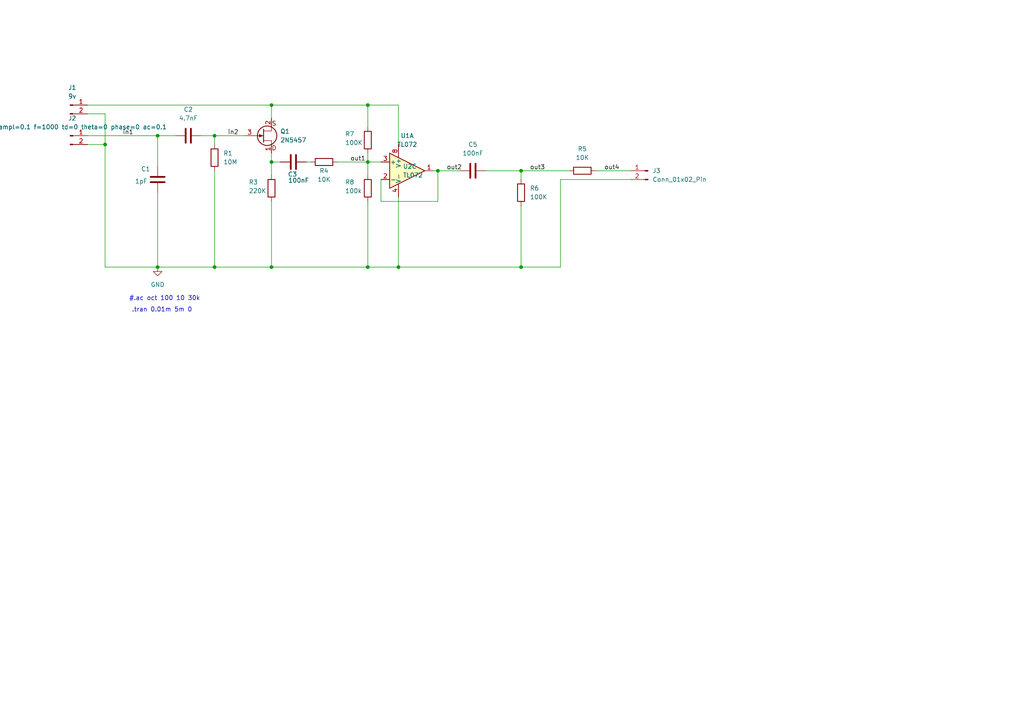
<source format=kicad_sch>
(kicad_sch (version 20250114) (generator "eeschema") (generator_version "9.0")
  (paper "A4")
  (title_block (title "AEGM - Acoustic Electric Guitar Mixer") (date "2025-10-17") (rev "V1.1") (company "Andrew Martin") (comment 1 "Fully working") (comment 2 "V1.1 Redid feedback on the non-inverting amp for electric"))
  (lib_symbols
    (symbol "ACRM:2N5457" (pin_names (hide yes))
      (property "Reference" "Q" (at 5.08 1.905 0))
      (property "Value" "2N5457" (at 5.08 0 0))
      (symbol "2N5457_0_1"
        (polyline (pts (xy 0 0) (xy -1.016 0.381) (xy -1.016 -0.381) (xy 0 0)) (fill (type outline)))
        (polyline (pts (xy 0.254 1.905) (xy 0.254 -1.905)) (stroke (width 0.254)))
        (polyline (pts (xy 0.254 0) (xy -2.54 0)))
        (circle (center 1.27 0) (radius 2.8194) (stroke (width 0.254)))
        (polyline (pts (xy 2.54 2.54) (xy 2.54 1.397) (xy 0.254 1.397)))
        (polyline (pts (xy 2.54 -2.54) (xy 2.54 -1.397) (xy 0.254 -1.397)))
      )
      (symbol "2N5457_1_1"
        (text "S" (at 3.302 3.556 0) (effects (font (size 1.27 1.27))))
        (text "D" (at 3.302 -3.556 0) (effects (font (size 1.27 1.27))))
        (pin input line (at -5.08 0 0) (length 2.54) (name "G") (number "3"))
        (pin passive line (at 2.54 5.08 270) (length 2.54) (name "D") (number "2"))
        (pin passive line (at 2.54 -5.08 90) (length 2.54) (name "S") (number "1"))
      )
    )
    (symbol "Amplifier_Operational:TL072" (pin_names (offset 0.127))
      (property "Reference" "U" (at 0 5.08 0))
      (property "Value" "TL072" (at 0 -5.08 0))
      (symbol "TL072_1_1"
        (polyline (pts (xy -5.08 5.08) (xy 5.08 0) (xy -5.08 -5.08) (xy -5.08 5.08)) (stroke (width 0.254)) (fill (type background)))
        (pin input line (at -7.62 2.54 0) (length 2.54) (name "+") (number "3"))
        (pin input line (at -7.62 -2.54 0) (length 2.54) (name "-") (number "2"))
        (pin output line (at 7.62 0 180) (length 2.54) (name "~") (number "1"))
      )
      (symbol "TL072_2_1"
        (polyline (pts (xy -5.08 5.08) (xy 5.08 0) (xy -5.08 -5.08) (xy -5.08 5.08)) (stroke (width 0.254)) (fill (type background)))
        (pin input line (at -7.62 2.54 0) (length 2.54) (name "+") (number "5"))
        (pin input line (at -7.62 -2.54 0) (length 2.54) (name "-") (number "6"))
        (pin output line (at 7.62 0 180) (length 2.54) (name "~") (number "7"))
      )
      (symbol "TL072_3_1"
        (pin power_in line (at -2.54 7.62 270) (length 3.81) (name "V+") (number "8"))
        (pin power_in line (at -2.54 -7.62 90) (length 3.81) (name "V-") (number "4"))
      )
    )
    (symbol "Connector:Conn_01x02_Pin" (pin_names (offset 1.016) (hide yes))
      (property "Reference" "J" (at 0 2.54 0))
      (property "Value" "Conn_01x02_Pin" (at 0 -5.08 0))
      (symbol "Conn_01x02_Pin_1_1"
        (rectangle (start 0.8636 0.127) (end 0 -0.127) (stroke (width 0.1524)) (fill (type outline)))
        (rectangle (start 0.8636 -2.413) (end 0 -2.667) (stroke (width 0.1524)) (fill (type outline)))
        (polyline (pts (xy 1.27 0) (xy 0.8636 0)) (stroke (width 0.1524)))
        (polyline (pts (xy 1.27 -2.54) (xy 0.8636 -2.54)) (stroke (width 0.1524)))
        (pin passive line (at 5.08 0 180) (length 3.81) (name "Pin_1") (number "1"))
        (pin passive line (at 5.08 -2.54 180) (length 3.81) (name "Pin_2") (number "2"))
      )
    )
    (symbol "Device:C" (pin_numbers (hide yes)) (pin_names (offset 0.254))
      (property "Reference" "C" (at 0.635 2.54 0))
      (property "Value" "C" (at 0.635 -2.54 0))
      (symbol "C_0_1"
        (polyline (pts (xy -2.032 0.762) (xy 2.032 0.762)) (stroke (width 0.508)))
        (polyline (pts (xy -2.032 -0.762) (xy 2.032 -0.762)) (stroke (width 0.508)))
      )
      (symbol "C_1_1"
        (pin passive line (at 0 3.81 270) (length 2.794) (name "~") (number "1"))
        (pin passive line (at 0 -3.81 90) (length 2.794) (name "~") (number "2"))
      )
    )
    (symbol "Device:R" (pin_numbers (hide yes)) (pin_names (offset 0))
      (property "Reference" "R" (at 2.032 0 90))
      (property "Value" "R" (at 0 0 90))
      (symbol "R_0_1"
        (rectangle (start -1.016 -2.54) (end 1.016 2.54) (stroke (width 0.254)))
      )
      (symbol "R_1_1"
        (pin passive line (at 0 3.81 270) (length 1.27) (name "~") (number "1"))
        (pin passive line (at 0 -3.81 90) (length 1.27) (name "~") (number "2"))
      )
    )
    (symbol "power:GND" (power) (pin_numbers (hide yes)) (pin_names (offset 0) (hide yes))
      (property "Value" "GND" (at 0 -3.81 0))
      (symbol "GND_0_1"
        (polyline (pts (xy 0 0) (xy 0 -1.27) (xy 1.27 -1.27) (xy 0 -2.54) (xy -1.27 -1.27) (xy 0 -1.27)))
      )
      (symbol "GND_1_1"
        (pin power_in line (at 0 0 270) (length 0) (name "~") (number "1"))
      )
    )
  )
  (text "#.ac oct 100 10 30k" (at 47.752 86.614 0) (effects (font (size 1.27 1.27))))
  (text ".tran 0.01m 5m 0" (at 46.99 89.916 0) (effects (font (size 1.27 1.27))))
  (junction (at 151.13 49.53))
  (junction (at 62.23 39.37))
  (junction (at 78.74 30.48))
  (junction (at 30.48 41.91))
  (junction (at 45.72 39.37))
  (junction (at 151.13 77.47))
  (junction (at 127 49.53))
  (junction (at 78.74 46.99))
  (junction (at 115.57 77.47))
  (junction (at 106.68 46.99))
  (junction (at 106.68 30.48))
  (junction (at 62.23 77.47))
  (junction (at 106.68 77.47))
  (junction (at 78.74 77.47))
  (junction (at 45.72 77.47))
  (wire (pts (xy 106.68 44.45) (xy 106.68 46.99)))
  (wire (pts (xy 62.23 41.91) (xy 62.23 39.37)))
  (wire (pts (xy 62.23 49.53) (xy 62.23 77.47)))
  (wire (pts (xy 110.49 58.42) (xy 127 58.42)))
  (wire (pts (xy 78.74 50.8) (xy 78.74 46.99)))
  (wire (pts (xy 78.74 77.47) (xy 78.74 58.42)))
  (wire (pts (xy 25.4 39.37) (xy 45.72 39.37)))
  (wire (pts (xy 25.4 33.02) (xy 30.48 33.02)))
  (wire (pts (xy 106.68 58.42) (xy 106.68 77.47)))
  (wire (pts (xy 62.23 77.47) (xy 78.74 77.47)))
  (wire (pts (xy 58.42 39.37) (xy 62.23 39.37)))
  (wire (pts (xy 45.72 77.47) (xy 62.23 77.47)))
  (wire (pts (xy 78.74 30.48) (xy 78.74 34.29)))
  (wire (pts (xy 30.48 33.02) (xy 30.48 41.91)))
  (wire (pts (xy 140.97 49.53) (xy 151.13 49.53)))
  (wire (pts (xy 106.68 46.99) (xy 106.68 50.8)))
  (wire (pts (xy 78.74 30.48) (xy 106.68 30.48)))
  (wire (pts (xy 162.56 77.47) (xy 151.13 77.47)))
  (wire (pts (xy 115.57 57.15) (xy 115.57 77.47)))
  (wire (pts (xy 115.57 41.91) (xy 115.57 30.48)))
  (wire (pts (xy 151.13 49.53) (xy 151.13 52.07)))
  (wire (pts (xy 88.9 46.99) (xy 90.17 46.99)))
  (wire (pts (xy 25.4 30.48) (xy 78.74 30.48)))
  (wire (pts (xy 115.57 77.47) (xy 151.13 77.47)))
  (wire (pts (xy 30.48 77.47) (xy 45.72 77.47)))
  (wire (pts (xy 125.73 49.53) (xy 127 49.53)))
  (wire (pts (xy 106.68 46.99) (xy 110.49 46.99)))
  (wire (pts (xy 78.74 77.47) (xy 106.68 77.47)))
  (wire (pts (xy 30.48 41.91) (xy 30.48 77.47)))
  (wire (pts (xy 106.68 30.48) (xy 115.57 30.48)))
  (wire (pts (xy 127 49.53) (xy 133.35 49.53)))
  (wire (pts (xy 110.49 58.42) (xy 110.49 52.07)))
  (wire (pts (xy 106.68 30.48) (xy 106.68 36.83)))
  (wire (pts (xy 45.72 39.37) (xy 50.8 39.37)))
  (wire (pts (xy 45.72 39.37) (xy 45.72 48.26)))
  (wire (pts (xy 78.74 46.99) (xy 78.74 44.45)))
  (wire (pts (xy 25.4 41.91) (xy 30.48 41.91)))
  (wire (pts (xy 81.28 46.99) (xy 78.74 46.99)))
  (wire (pts (xy 62.23 39.37) (xy 71.12 39.37)))
  (wire (pts (xy 182.88 49.53) (xy 172.72 49.53)))
  (wire (pts (xy 127 49.53) (xy 127 58.42)))
  (wire (pts (xy 45.72 55.88) (xy 45.72 77.47)))
  (wire (pts (xy 151.13 49.53) (xy 165.1 49.53)))
  (wire (pts (xy 162.56 52.07) (xy 162.56 77.47)))
  (wire (pts (xy 106.68 77.47) (xy 115.57 77.47)))
  (wire (pts (xy 151.13 59.69) (xy 151.13 77.47)))
  (wire (pts (xy 182.88 52.07) (xy 162.56 52.07)))
  (wire (pts (xy 97.79 46.99) (xy 106.68 46.99)))
  (label "out4" (at 175.26 49.53 0))
  (label "in1" (at 35.56 39.37 0))
  (label "out1" (at 101.6 46.99 0))
  (label "in2" (at 66.04 39.37 0))
  (label "out3" (at 153.67 49.53 0))
  (label "out2" (at 129.54 49.53 0))
  (symbol (lib_id "Device:C") (at 45.72 52.07 0) (unit 1)
    (property "Reference" "C1" (at 40.894 49.022 0) (effects (justify left)))
    (property "Value" "1pF" (at 39.116 52.578 0) (effects (justify left)))
    (property "Footprint" "Capacitor_THT:C_Disc_D4.3mm_W1.9mm_P5.00mm" (effects (hide yes)))
    (property "Description" "Unpolarized capacitor" (effects (hide yes)))
  )
  (symbol (lib_id "Amplifier_Operational:TL072") (at 118.11 49.53 0) (unit 3)
    (property "Reference" "U2" (at 116.84 48.2599 0) (effects (justify left)))
    (property "Value" "TL072" (at 116.84 50.7999 0) (effects (justify left)))
    (property "Datasheet" "http://www.ti.com/lit/ds/symlink/tl071.pdf" (effects (hide yes)))
    (property "Description" "Dual Low-Noise JFET-Input Operational Amplifiers, DIP-8/SOIC-8" (effects (hide yes)))
    (property "Sim.Library" "TL072.301" (effects (hide yes)))
    (property "Sim.Name" "TL072" (effects (hide yes)))
    (property "Sim.Device" "SUBCKT" (effects (hide yes)))
    (property "Sim.Pins" "1=1 2=2 4=4 5=5 8=3" (effects (hide yes)))
  )
  (symbol (lib_id "Device:R") (at 93.98 46.99 90) (unit 1)
    (property "Reference" "R4" (at 93.98 49.53 90))
    (property "Value" "10K" (at 93.98 52.07 90))
    (property "Footprint" "Resistor_THT:R_Axial_DIN0207_L6.3mm_D2.5mm_P10.16mm_Horizontal" (effects (hide yes)))
    (property "Description" "Resistor" (effects (hide yes)))
  )
  (symbol (lib_id "Device:R") (at 78.74 54.61 0) (unit 1)
    (property "Reference" "R3" (at 72.136 52.832 0) (effects (justify left)))
    (property "Value" "220K" (at 72.136 55.372 0) (effects (justify left)))
    (property "Footprint" "Resistor_THT:R_Axial_DIN0207_L6.3mm_D2.5mm_P10.16mm_Horizontal" (effects (hide yes)))
    (property "Description" "Resistor" (effects (hide yes)))
  )
  (symbol (lib_id "Connector:Conn_01x02_Pin") (at 20.32 30.48 0) (unit 1)
    (property "Reference" "J1" (at 20.955 25.4 0))
    (property "Value" "9v" (at 20.955 27.94 0))
    (property "Description" "Generic connector, single row, 01x02, script generated" (effects (hide yes)))
    (property "Sim.Device" "V" (effects (hide yes)))
    (property "Sim.Type" "DC" (effects (hide yes)))
    (property "Sim.Pins" "1=+ 2=-" (effects (hide yes)))
  )
  (symbol (lib_id "Device:R") (at 151.13 55.88 0) (unit 1)
    (property "Reference" "R6" (at 153.67 54.6099 0) (effects (justify left)))
    (property "Value" "100K" (at 153.67 57.1499 0) (effects (justify left)))
    (property "Description" "Resistor" (effects (hide yes)))
  )
  (symbol (lib_id "Device:C") (at 137.16 49.53 90) (unit 1)
    (property "Reference" "C5" (at 137.16 41.91 90))
    (property "Value" "100nF" (at 137.16 44.45 90))
    (property "Footprint" "Capacitor_THT:C_Rect_L7.2mm_W4.5mm_P5.00mm_FKS2_FKP2_MKS2_MKP2" (effects (hide yes)))
    (property "Description" "Unpolarized capacitor" (effects (hide yes)))
  )
  (symbol (lib_id "Amplifier_Operational:TL072") (at 118.11 49.53 0) (unit 1)
    (property "Reference" "U1" (at 118.11 39.37 0))
    (property "Value" "TL072" (at 118.11 41.91 0))
    (property "Datasheet" "http://www.ti.com/lit/ds/symlink/tl071.pdf" (effects (hide yes)))
    (property "Description" "Dual Low-Noise JFET-Input Operational Amplifiers, DIP-8/SOIC-8" (effects (hide yes)))
    (property "Sim.Library" "TL072.301" (effects (hide yes)))
    (property "Sim.Name" "TL072" (effects (hide yes)))
    (property "Sim.Device" "SUBCKT" (effects (hide yes)))
    (property "Sim.Pins" "1=5 2=2 3=1 4=4" (effects (hide yes)))
  )
  (symbol (lib_id "Device:R") (at 106.68 54.61 0) (unit 1)
    (property "Reference" "R8" (at 100.076 52.832 0) (effects (justify left)))
    (property "Value" "100k" (at 100.076 55.372 0) (effects (justify left)))
    (property "Footprint" "Resistor_THT:R_Axial_DIN0207_L6.3mm_D2.5mm_P10.16mm_Horizontal" (effects (hide yes)))
    (property "Description" "Resistor" (effects (hide yes)))
  )
  (symbol (lib_id "Device:R") (at 168.91 49.53 90) (unit 1)
    (property "Reference" "R5" (at 168.91 43.18 90))
    (property "Value" "10K" (at 168.91 45.72 90))
    (property "Footprint" "Resistor_THT:R_Axial_DIN0207_L6.3mm_D2.5mm_P10.16mm_Horizontal" (effects (hide yes)))
    (property "Description" "Resistor" (effects (hide yes)))
  )
  (symbol (lib_id "Device:R") (at 106.68 40.64 0) (unit 1)
    (property "Reference" "R7" (at 100.076 38.862 0) (effects (justify left)))
    (property "Value" "100K" (at 100.076 41.402 0) (effects (justify left)))
    (property "Footprint" "Resistor_THT:R_Axial_DIN0207_L6.3mm_D2.5mm_P10.16mm_Horizontal" (effects (hide yes)))
    (property "Description" "Resistor" (effects (hide yes)))
  )
  (symbol (lib_id "Connector:Conn_01x02_Pin") (at 187.96 49.53 0) (mirror y) (unit 1) (exclude_from_sim yes)
    (property "Reference" "J3" (at 189.23 49.5299 0) (effects (justify right)))
    (property "Value" "Conn_01x02_Pin" (at 189.23 52.0699 0) (effects (justify right)))
    (property "Description" "Generic connector, single row, 01x02, script generated" (effects (hide yes)))
  )
  (symbol (lib_id "Device:C") (at 54.61 39.37 90) (unit 1)
    (property "Reference" "C2" (at 54.61 31.75 90))
    (property "Value" "4.7nF" (at 54.61 34.29 90))
    (property "Footprint" "Capacitor_THT:C_Rect_L7.2mm_W2.5mm_P5.00mm_FKS2_FKP2_MKS2_MKP2" (effects (hide yes)))
    (property "Description" "Unpolarized capacitor" (effects (hide yes)))
  )
  (symbol (lib_id "Device:C") (at 85.09 46.99 90) (unit 1)
    (property "Reference" "C3" (at 84.836 50.546 90))
    (property "Value" "100nF" (at 86.614 52.324 90))
    (property "Footprint" "Capacitor_THT:C_Rect_L7.2mm_W2.5mm_P5.00mm_FKS2_FKP2_MKS2_MKP2" (effects (hide yes)))
    (property "Description" "Unpolarized capacitor" (effects (hide yes)))
  )
  (symbol (lib_id "ACRM:2N5457") (at 76.2 39.37 0) (unit 1)
    (property "Reference" "Q1" (at 81.28 38.0999 0) (effects (justify left)))
    (property "Value" "2N5457" (at 81.28 40.6399 0) (effects (justify left)))
    (property "Footprint" "Package_TO_SOT_THT:TO-92_HandSolder" (effects (hide yes)))
    (property "Description" "N-Channel JFET, TO-92" (effects (hide yes)))
    (property "Sim.Device" "NJFET" (effects (hide yes)))
    (property "Sim.Type" "SHICHMANHODGES" (effects (hide yes)))
    (property "Sim.Pins" "1=D 2=S 3=G" (effects (hide yes)))
    (property "Sim.Library" "2N5457_CSM.LIB" (effects (hide yes)))
    (property "Sim.Name" "2N5457" (effects (hide yes)))
  )
  (symbol (lib_id "Device:R") (at 62.23 45.72 0) (unit 1)
    (property "Reference" "R1" (at 64.77 44.4499 0) (effects (justify left)))
    (property "Value" "10M" (at 64.77 46.9899 0) (effects (justify left)))
    (property "Footprint" "Resistor_THT:R_Axial_DIN0207_L6.3mm_D2.5mm_P10.16mm_Horizontal" (effects (hide yes)))
    (property "Description" "Resistor" (effects (hide yes)))
  )
  (symbol (lib_id "power:GND") (at 45.72 77.47 0) (unit 1)
    (property "Reference" "#PWR01" (effects (hide yes)))
    (property "Value" "GND" (at 45.72 82.55 0))
    (property "Description" "Power symbol creates a global label with name \"GND\" , ground" (effects (hide yes)))
  )
  (symbol (lib_id "Connector:Conn_01x02_Pin") (at 20.32 39.37 0) (unit 1)
    (property "Reference" "J2" (at 20.955 34.29 0))
    (property "Value" "${SIM.PARAMS}" (at 20.955 36.83 0))
    (property "Description" "Generic connector, single row, 01x02, script generated" (effects (hide yes)))
    (property "Sim.Device" "V" (effects (hide yes)))
    (property "Sim.Type" "SIN" (effects (hide yes)))
    (property "Sim.Pins" "1=+ 2=-" (effects (hide yes)))
    (property "Sim.Params" "dc=0 ampl=0.1 f=1000 td=0 theta=0 phase=0 ac=0.1" (effects (hide yes)))
  )
)
</source>
